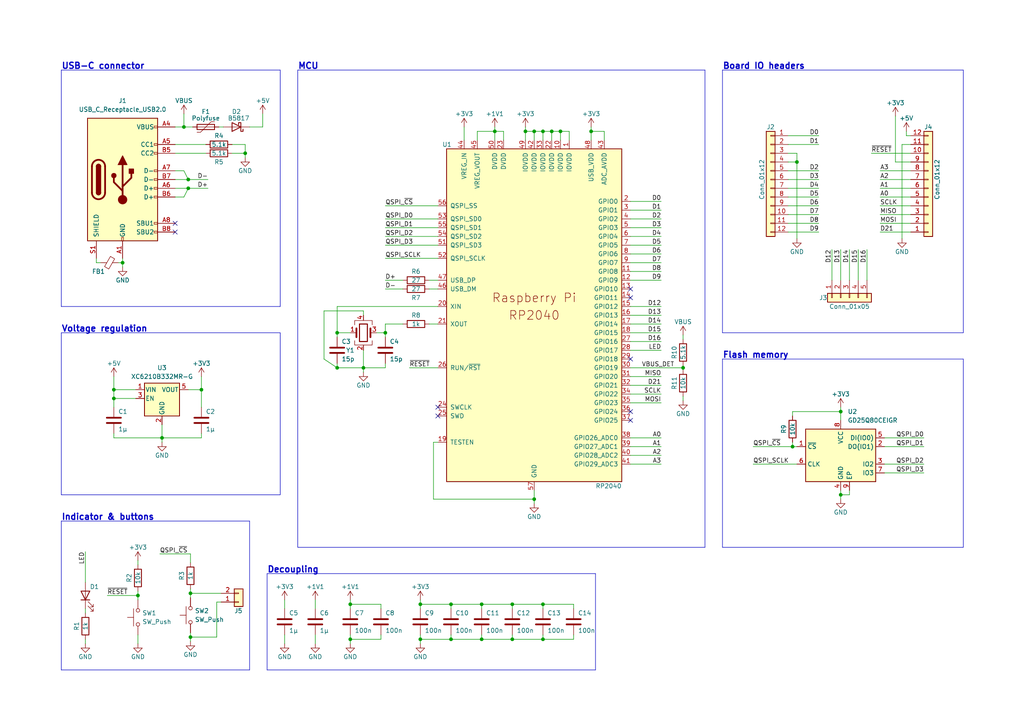
<source format=kicad_sch>
(kicad_sch (version 20230121) (generator eeschema)
  (paper "A4")
  (title_block (title "0xB2 - Splinky") (rev "2") (company "plut0nium"))
  (lib_symbols
    (symbol "Connector:USB_C_Receptacle_USB2.0" (pin_names (offset 1.016))
      (property "Reference" "J" (at -10.16 19.05 0))
      (property "Value" "USB_C_Receptacle_USB2.0" (at 19.05 19.05 0))
      (symbol "USB_C_Receptacle_USB2.0_1_1"
        (pin passive line (at 0 -22.86 90) (length 5.08) (name "GND") (number "A1"))
        (pin passive line (at 0 -22.86 90) (length 5.08) hide (name "GND") (number "A12"))
        (pin passive line (at 15.24 15.24 180) (length 5.08) (name "VBUS") (number "A4"))
        (pin bidirectional line (at 15.24 10.16 180) (length 5.08) (name "CC1") (number "A5"))
        (pin bidirectional line (at 15.24 -2.54 180) (length 5.08) (name "D+") (number "A6"))
        (pin bidirectional line (at 15.24 2.54 180) (length 5.08) (name "D-") (number "A7"))
        (pin bidirectional line (at 15.24 -12.7 180) (length 5.08) (name "SBU1") (number "A8"))
        (pin passive line (at 15.24 15.24 180) (length 5.08) hide (name "VBUS") (number "A9"))
        (pin passive line (at 0 -22.86 90) (length 5.08) hide (name "GND") (number "B1"))
        (pin passive line (at 0 -22.86 90) (length 5.08) hide (name "GND") (number "B12"))
        (pin passive line (at 15.24 15.24 180) (length 5.08) hide (name "VBUS") (number "B4"))
        (pin bidirectional line (at 15.24 7.62 180) (length 5.08) (name "CC2") (number "B5"))
        (pin bidirectional line (at 15.24 -5.08 180) (length 5.08) (name "D+") (number "B6"))
        (pin bidirectional line (at 15.24 0 180) (length 5.08) (name "D-") (number "B7"))
        (pin bidirectional line (at 15.24 -15.24 180) (length 5.08) (name "SBU2") (number "B8"))
        (pin passive line (at 15.24 15.24 180) (length 5.08) hide (name "VBUS") (number "B9"))
        (pin passive line (at -7.62 -22.86 90) (length 5.08) (name "SHIELD") (number "S1"))
      )
    )
    (symbol "Connector_Generic:Conn_01x02" (pin_names (offset 1.016) hide)
      (property "Reference" "J" (at 0 2.54 0))
      (property "Value" "Conn_01x02" (at 0 -5.08 0))
      (symbol "Conn_01x02_1_1"
        (pin passive line (at -5.08 0 0) (length 3.81) (name "Pin_1") (number "1"))
        (pin passive line (at -5.08 -2.54 0) (length 3.81) (name "Pin_2") (number "2"))
      )
    )
    (symbol "Connector_Generic:Conn_01x05" (pin_names (offset 1.016) hide)
      (property "Reference" "J" (at 0 7.62 0))
      (property "Value" "Conn_01x05" (at 0 -7.62 0))
      (symbol "Conn_01x05_1_1"
        (pin passive line (at -5.08 5.08 0) (length 3.81) (name "Pin_1") (number "1"))
        (pin passive line (at -5.08 2.54 0) (length 3.81) (name "Pin_2") (number "2"))
        (pin passive line (at -5.08 0 0) (length 3.81) (name "Pin_3") (number "3"))
        (pin passive line (at -5.08 -2.54 0) (length 3.81) (name "Pin_4") (number "4"))
        (pin passive line (at -5.08 -5.08 0) (length 3.81) (name "Pin_5") (number "5"))
      )
    )
    (symbol "Connector_Generic:Conn_01x12" (pin_names (offset 1.016) hide)
      (property "Reference" "J" (at 0 15.24 0))
      (property "Value" "Conn_01x12" (at 0 -17.78 0))
      (symbol "Conn_01x12_1_1"
        (pin passive line (at -5.08 12.7 0) (length 3.81) (name "Pin_1") (number "1"))
        (pin passive line (at -5.08 -10.16 0) (length 3.81) (name "Pin_10") (number "10"))
        (pin passive line (at -5.08 -12.7 0) (length 3.81) (name "Pin_11") (number "11"))
        (pin passive line (at -5.08 -15.24 0) (length 3.81) (name "Pin_12") (number "12"))
        (pin passive line (at -5.08 10.16 0) (length 3.81) (name "Pin_2") (number "2"))
        (pin passive line (at -5.08 7.62 0) (length 3.81) (name "Pin_3") (number "3"))
        (pin passive line (at -5.08 5.08 0) (length 3.81) (name "Pin_4") (number "4"))
        (pin passive line (at -5.08 2.54 0) (length 3.81) (name "Pin_5") (number "5"))
        (pin passive line (at -5.08 0 0) (length 3.81) (name "Pin_6") (number "6"))
        (pin passive line (at -5.08 -2.54 0) (length 3.81) (name "Pin_7") (number "7"))
        (pin passive line (at -5.08 -5.08 0) (length 3.81) (name "Pin_8") (number "8"))
        (pin passive line (at -5.08 -7.62 0) (length 3.81) (name "Pin_9") (number "9"))
      )
    )
    (symbol "Device:C" (pin_numbers hide) (pin_names (offset 0.254))
      (property "Reference" "C" (at 0.635 2.54 0))
      (property "Value" "C" (at 0.635 -2.54 0))
      (symbol "C_1_1"
        (pin passive line (at 0 3.81 270) (length 2.794) (name "~") (number "1"))
        (pin passive line (at 0 -3.81 90) (length 2.794) (name "~") (number "2"))
      )
    )
    (symbol "Device:Crystal_GND24" (pin_names (offset 1.016) hide)
      (property "Reference" "Y" (at 3.175 5.08 0))
      (property "Value" "Crystal_GND24" (at 3.175 3.175 0))
      (symbol "Crystal_GND24_1_1"
        (pin passive line (at -3.81 0 0) (length 1.27) (name "1") (number "1"))
        (pin passive line (at 0 5.08 270) (length 1.27) (name "2") (number "2"))
        (pin passive line (at 3.81 0 180) (length 1.27) (name "3") (number "3"))
        (pin passive line (at 0 -5.08 90) (length 1.27) (name "4") (number "4"))
      )
    )
    (symbol "Device:D_Schottky" (pin_numbers hide) (pin_names (offset 1.016) hide)
      (property "Reference" "D" (at 0 2.54 0))
      (property "Value" "D_Schottky" (at 0 -2.54 0))
      (symbol "D_Schottky_1_1"
        (pin passive line (at -3.81 0 0) (length 2.54) (name "K") (number "1"))
        (pin passive line (at 3.81 0 180) (length 2.54) (name "A") (number "2"))
      )
    )
    (symbol "Device:FerriteBead_Small" (pin_numbers hide) (pin_names (offset 0))
      (property "Reference" "FB" (at 1.905 1.27 0))
      (property "Value" "FerriteBead_Small" (at 1.905 -1.27 0))
      (symbol "FerriteBead_Small_1_1"
        (pin passive line (at 0 2.54 270) (length 1.27) (name "~") (number "1"))
        (pin passive line (at 0 -2.54 90) (length 1.27) (name "~") (number "2"))
      )
    )
    (symbol "Device:LED" (pin_numbers hide) (pin_names (offset 1.016) hide)
      (property "Reference" "D" (at 0 2.54 0))
      (property "Value" "LED" (at 0 -2.54 0))
      (symbol "LED_1_1"
        (pin passive line (at -3.81 0 0) (length 2.54) (name "K") (number "1"))
        (pin passive line (at 3.81 0 180) (length 2.54) (name "A") (number "2"))
      )
    )
    (symbol "Device:Polyfuse" (pin_numbers hide) (pin_names (offset 0))
      (property "Reference" "F" (at -2.54 0 90))
      (property "Value" "Polyfuse" (at 2.54 0 90))
      (symbol "Polyfuse_1_1"
        (pin passive line (at 0 3.81 270) (length 1.27) (name "~") (number "1"))
        (pin passive line (at 0 -3.81 90) (length 1.27) (name "~") (number "2"))
      )
    )
    (symbol "Device:R" (pin_numbers hide) (pin_names (offset 0))
      (property "Reference" "R" (at 2.032 0 90))
      (property "Value" "R" (at 0 0 90))
      (symbol "R_1_1"
        (pin passive line (at 0 3.81 270) (length 1.27) (name "~") (number "1"))
        (pin passive line (at 0 -3.81 90) (length 1.27) (name "~") (number "2"))
      )
    )
    (symbol "MCU_RaspberryPi_RP2040:RP2040" (pin_names (offset 1.016))
      (property "Reference" "U" (at -25.4 49.53 0))
      (property "Value" "RP2040" (at 20.32 -49.53 0))
      (symbol "RP2040_0_0"
        (text "Raspberry Pi" (at 0 5.08 0) (effects (font (size 2.54 2.54))))
        (text "RP2040" (at 0 0 0) (effects (font (size 2.54 2.54))))
      )
      (symbol "RP2040_1_1"
        (pin power_in line (at 10.16 50.8 270) (length 2.54) (name "IOVDD") (number "1"))
        (pin power_in line (at 7.62 50.8 270) (length 2.54) (name "IOVDD") (number "10"))
        (pin bidirectional line (at 27.94 12.7 180) (length 2.54) (name "GPIO8") (number "11"))
        (pin bidirectional line (at 27.94 10.16 180) (length 2.54) (name "GPIO9") (number "12"))
        (pin bidirectional line (at 27.94 7.62 180) (length 2.54) (name "GPIO10") (number "13"))
        (pin bidirectional line (at 27.94 5.08 180) (length 2.54) (name "GPIO11") (number "14"))
        (pin bidirectional line (at 27.94 2.54 180) (length 2.54) (name "GPIO12") (number "15"))
        (pin bidirectional line (at 27.94 0 180) (length 2.54) (name "GPIO13") (number "16"))
        (pin bidirectional line (at 27.94 -2.54 180) (length 2.54) (name "GPIO14") (number "17"))
        (pin bidirectional line (at 27.94 -5.08 180) (length 2.54) (name "GPIO15") (number "18"))
        (pin passive line (at -27.94 -36.83 0) (length 2.54) (name "TESTEN") (number "19"))
        (pin bidirectional line (at 27.94 33.02 180) (length 2.54) (name "GPIO0") (number "2"))
        (pin input line (at -27.94 2.54 0) (length 2.54) (name "XIN") (number "20"))
        (pin passive line (at -27.94 -2.54 0) (length 2.54) (name "XOUT") (number "21"))
        (pin power_in line (at 5.08 50.8 270) (length 2.54) (name "IOVDD") (number "22"))
        (pin power_in line (at -8.89 50.8 270) (length 2.54) (name "DVDD") (number "23"))
        (pin output line (at -27.94 -26.67 0) (length 2.54) (name "SWCLK") (number "24"))
        (pin bidirectional line (at -27.94 -29.21 0) (length 2.54) (name "SWD") (number "25"))
        (pin input line (at -27.94 -15.24 0) (length 2.54) (name "RUN/~{RST}") (number "26"))
        (pin bidirectional line (at 27.94 -7.62 180) (length 2.54) (name "GPIO16") (number "27"))
        (pin bidirectional line (at 27.94 -10.16 180) (length 2.54) (name "GPIO17") (number "28"))
        (pin bidirectional line (at 27.94 -12.7 180) (length 2.54) (name "GPIO18") (number "29"))
        (pin bidirectional line (at 27.94 30.48 180) (length 2.54) (name "GPIO1") (number "3"))
        (pin bidirectional line (at 27.94 -15.24 180) (length 2.54) (name "GPIO19") (number "30"))
        (pin bidirectional line (at 27.94 -17.78 180) (length 2.54) (name "GPIO20") (number "31"))
        (pin bidirectional line (at 27.94 -20.32 180) (length 2.54) (name "GPIO21") (number "32"))
        (pin power_in line (at 2.54 50.8 270) (length 2.54) (name "IOVDD") (number "33"))
        (pin bidirectional line (at 27.94 -22.86 180) (length 2.54) (name "GPIO22") (number "34"))
        (pin bidirectional line (at 27.94 -25.4 180) (length 2.54) (name "GPIO23") (number "35"))
        (pin bidirectional line (at 27.94 -27.94 180) (length 2.54) (name "GPIO24") (number "36"))
        (pin bidirectional line (at 27.94 -30.48 180) (length 2.54) (name "GPIO25") (number "37"))
        (pin bidirectional line (at 27.94 -35.56 180) (length 2.54) (name "GPIO26_ADC0") (number "38"))
        (pin bidirectional line (at 27.94 -38.1 180) (length 2.54) (name "GPIO27_ADC1") (number "39"))
        (pin bidirectional line (at 27.94 27.94 180) (length 2.54) (name "GPIO2") (number "4"))
        (pin bidirectional line (at 27.94 -40.64 180) (length 2.54) (name "GPIO28_ADC2") (number "40"))
        (pin bidirectional line (at 27.94 -43.18 180) (length 2.54) (name "GPIO29_ADC3") (number "41"))
        (pin power_in line (at 0 50.8 270) (length 2.54) (name "IOVDD") (number "42"))
        (pin power_in line (at 20.32 50.8 270) (length 2.54) (name "ADC_AVDD") (number "43"))
        (pin power_in line (at -20.32 50.8 270) (length 2.54) (name "VREG_IN") (number "44"))
        (pin power_out line (at -16.51 50.8 270) (length 2.54) (name "VREG_VOUT") (number "45"))
        (pin bidirectional line (at -27.94 7.62 0) (length 2.54) (name "USB_DM") (number "46"))
        (pin bidirectional line (at -27.94 10.16 0) (length 2.54) (name "USB_DP") (number "47"))
        (pin power_in line (at 16.51 50.8 270) (length 2.54) (name "USB_VDD") (number "48"))
        (pin power_in line (at -2.54 50.8 270) (length 2.54) (name "IOVDD") (number "49"))
        (pin bidirectional line (at 27.94 25.4 180) (length 2.54) (name "GPIO3") (number "5"))
        (pin power_in line (at -11.43 50.8 270) (length 2.54) (name "DVDD") (number "50"))
        (pin bidirectional line (at -27.94 20.32 0) (length 2.54) (name "QSPI_SD3") (number "51"))
        (pin output line (at -27.94 16.51 0) (length 2.54) (name "QSPI_SCLK") (number "52"))
        (pin bidirectional line (at -27.94 27.94 0) (length 2.54) (name "QSPI_SD0") (number "53"))
        (pin bidirectional line (at -27.94 22.86 0) (length 2.54) (name "QSPI_SD2") (number "54"))
        (pin bidirectional line (at -27.94 25.4 0) (length 2.54) (name "QSPI_SD1") (number "55"))
        (pin bidirectional line (at -27.94 31.75 0) (length 2.54) (name "QSPI_SS") (number "56"))
        (pin power_in line (at 0 -50.8 90) (length 2.54) (name "GND") (number "57"))
        (pin bidirectional line (at 27.94 22.86 180) (length 2.54) (name "GPIO4") (number "6"))
        (pin bidirectional line (at 27.94 20.32 180) (length 2.54) (name "GPIO5") (number "7"))
        (pin bidirectional line (at 27.94 17.78 180) (length 2.54) (name "GPIO6") (number "8"))
        (pin bidirectional line (at 27.94 15.24 180) (length 2.54) (name "GPIO7") (number "9"))
      )
    )
    (symbol "Memory_Flash:W25Q32JVZP"
      (property "Reference" "U" (at -8.89 8.89 0))
      (property "Value" "W25Q32JVZP" (at 7.62 8.89 0))
      (symbol "W25Q32JVZP_1_1"
        (pin input line (at -12.7 2.54 0) (length 2.54) (name "~{CS}") (number "1"))
        (pin bidirectional line (at 12.7 2.54 180) (length 2.54) (name "DO(IO1)") (number "2"))
        (pin bidirectional line (at 12.7 -2.54 180) (length 2.54) (name "IO2") (number "3"))
        (pin power_in line (at 0 -10.16 90) (length 2.54) (name "GND") (number "4"))
        (pin bidirectional line (at 12.7 5.08 180) (length 2.54) (name "DI(IO0)") (number "5"))
        (pin input line (at -12.7 -2.54 0) (length 2.54) (name "CLK") (number "6"))
        (pin bidirectional line (at 12.7 -5.08 180) (length 2.54) (name "IO3") (number "7"))
        (pin power_in line (at 0 10.16 270) (length 2.54) (name "VCC") (number "8"))
        (pin passive line (at 2.54 -10.16 90) (length 2.54) (name "EP") (number "9"))
      )
    )
    (symbol "Regulator_Linear:AP2127K-3.3" (pin_names (offset 0.254))
      (property "Reference" "U" (at -5.08 5.715 0))
      (property "Value" "AP2127K-3.3" (at 0 5.715 0))
      (symbol "AP2127K-3.3_1_1"
        (pin power_in line (at -7.62 2.54 0) (length 2.54) (name "VIN") (number "1"))
        (pin power_in line (at 0 -7.62 90) (length 2.54) (name "GND") (number "2"))
        (pin input line (at -7.62 0 0) (length 2.54) (name "EN") (number "3"))
        (pin no_connect line (at 5.08 0 180) (length 2.54) hide (name "NC") (number "4"))
        (pin power_out line (at 7.62 2.54 180) (length 2.54) (name "VOUT") (number "5"))
      )
    )
    (symbol "Switch:SW_Push" (pin_numbers hide) (pin_names (offset 1.016) hide)
      (property "Reference" "SW" (at 1.27 2.54 0))
      (property "Value" "SW_Push" (at 0 -1.524 0))
      (symbol "SW_Push_0_1"
        (pin passive line (at -5.08 0 0) (length 2.54) (name "1") (number "1"))
        (pin passive line (at 5.08 0 180) (length 2.54) (name "2") (number "2"))
      )
    )
    (symbol "power:+1V1" (power) (pin_names (offset 0))
      (property "Value" "+1V1" (at 0 3.556 0))
      (symbol "+1V1_1_1"
        (pin power_in line (at 0 0 90) (length 0) hide (name "+1V1") (number "1"))
      )
    )
    (symbol "power:+3.3V" (power) (pin_names (offset 0))
      (property "Value" "+3.3V" (at 0 3.556 0))
      (symbol "+3.3V_1_1"
        (pin power_in line (at 0 0 90) (length 0) hide (name "+3V3") (number "1"))
      )
    )
    (symbol "power:+5V" (power) (pin_names (offset 0))
      (property "Value" "+5V" (at 0 3.556 0))
      (symbol "+5V_1_1"
        (pin power_in line (at 0 0 90) (length 0) hide (name "+5V") (number "1"))
      )
    )
    (symbol "power:GND" (power) (pin_names (offset 0))
      (property "Value" "GND" (at 0 -3.81 0))
      (symbol "GND_1_1"
        (pin power_in line (at 0 0 270) (length 0) hide (name "GND") (number "1"))
      )
    )
    (symbol "power:VBUS" (power) (pin_names (offset 0))
      (property "Value" "VBUS" (at 0 3.81 0))
      (symbol "VBUS_1_1"
        (pin power_in line (at 0 0 90) (length 0) hide (name "VBUS") (number "1"))
      )
    )
  )
  (junction (at 53.34 36.83))
  (junction (at 46.99 127))
  (junction (at 105.41 106.68))
  (junction (at 154.94 38.1))
  (junction (at 162.56 38.1))
  (junction (at 111.76 96.52))
  (junction (at 157.48 185.42))
  (junction (at 101.6 185.42))
  (junction (at 54.61 52.07))
  (junction (at 157.48 38.1))
  (junction (at 97.79 96.52))
  (junction (at 157.48 175.26))
  (junction (at 101.6 175.26))
  (junction (at 121.92 185.42))
  (junction (at 148.59 185.42))
  (junction (at 130.81 175.26))
  (junction (at 148.59 175.26))
  (junction (at 152.4 38.1))
  (junction (at 160.02 38.1))
  (junction (at 40.005 172.72))
  (junction (at 33.02 113.03))
  (junction (at 171.45 38.1))
  (junction (at 139.7 185.42))
  (junction (at 154.94 144.78))
  (junction (at 35.56 76.2))
  (junction (at 198.12 106.68))
  (junction (at 231.14 46.99))
  (junction (at 58.42 113.03))
  (junction (at 229.87 129.54))
  (junction (at 139.7 175.26))
  (junction (at 71.12 44.45))
  (junction (at 55.245 172.085))
  (junction (at 130.81 185.42))
  (junction (at 97.79 106.68))
  (junction (at 55.245 184.785))
  (junction (at 33.02 115.57))
  (junction (at 54.61 54.61))
  (junction (at 243.84 119.38))
  (junction (at 143.51 38.1))
  (junction (at 243.84 143.51))
  (junction (at 121.92 175.26))
  (no_connect (at 182.88 119.38))
  (no_connect (at 182.88 121.92))
  (no_connect (at 182.88 83.82))
  (no_connect (at 182.88 104.14))
  (no_connect (at 182.88 86.36))
  (no_connect (at 50.8 64.77))
  (no_connect (at 50.8 67.31))
  (no_connect (at 127 118.11))
  (no_connect (at 127 120.65))
  (polyline (pts (xy 209.55 96.52) (xy 279.4 96.52)))
  (wire (pts (xy 171.45 38.1) (xy 171.45 40.64)))
  (wire (pts (xy 264.16 46.99) (xy 259.715 46.99)))
  (wire (pts (xy 33.02 115.57) (xy 33.02 118.11)))
  (wire (pts (xy 105.41 91.44) (xy 105.41 90.17)))
  (wire (pts (xy 118.745 106.68) (xy 127 106.68)))
  (wire (pts (xy 58.42 109.22) (xy 58.42 113.03)))
  (wire (pts (xy 55.245 170.815) (xy 55.245 172.085)))
  (wire (pts (xy 82.55 173.99) (xy 82.55 176.53)))
  (wire (pts (xy 267.97 134.62) (xy 256.54 134.62)))
  (wire (pts (xy 40.005 184.15) (xy 40.005 186.69)))
  (wire (pts (xy 101.6 175.26) (xy 110.49 175.26)))
  (wire (pts (xy 121.92 173.99) (xy 121.92 175.26)))
  (wire (pts (xy 241.3 72.39) (xy 241.3 81.28)))
  (polyline (pts (xy 17.78 194.31) (xy 72.39 194.31)))
  (wire (pts (xy 255.27 54.61) (xy 264.16 54.61)))
  (wire (pts (xy 228.6 67.31) (xy 237.49 67.31)))
  (polyline (pts (xy 204.47 158.75) (xy 204.47 20.32)))
  (wire (pts (xy 182.88 127) (xy 191.77 127)))
  (wire (pts (xy 50.8 54.61) (xy 54.61 54.61)))
  (wire (pts (xy 91.44 173.99) (xy 91.44 176.53)))
  (wire (pts (xy 267.97 137.16) (xy 256.54 137.16)))
  (polyline (pts (xy 279.4 104.14) (xy 209.55 104.14)))
  (wire (pts (xy 111.76 66.04) (xy 127 66.04)))
  (wire (pts (xy 182.88 101.6) (xy 191.77 101.6)))
  (wire (pts (xy 72.39 36.83) (xy 76.2 36.83)))
  (wire (pts (xy 121.92 185.42) (xy 130.81 185.42)))
  (wire (pts (xy 33.02 113.03) (xy 39.37 113.03)))
  (wire (pts (xy 101.6 175.26) (xy 101.6 176.53)))
  (wire (pts (xy 243.84 118.11) (xy 243.84 119.38)))
  (wire (pts (xy 109.22 96.52) (xy 111.76 96.52)))
  (wire (pts (xy 63.5 36.83) (xy 64.77 36.83)))
  (wire (pts (xy 105.41 106.68) (xy 105.41 107.95)))
  (wire (pts (xy 162.56 38.1) (xy 165.1 38.1)))
  (wire (pts (xy 246.38 72.39) (xy 246.38 81.28)))
  (wire (pts (xy 121.92 175.26) (xy 130.81 175.26)))
  (wire (pts (xy 228.6 64.77) (xy 237.49 64.77)))
  (wire (pts (xy 97.79 96.52) (xy 97.79 88.9)))
  (wire (pts (xy 111.76 68.58) (xy 127 68.58)))
  (wire (pts (xy 198.12 114.935) (xy 198.12 116.205)))
  (wire (pts (xy 143.51 38.1) (xy 143.51 40.64)))
  (wire (pts (xy 182.88 129.54) (xy 191.77 129.54)))
  (wire (pts (xy 130.81 184.15) (xy 130.81 185.42)))
  (wire (pts (xy 54.61 52.07) (xy 50.8 52.07)))
  (polyline (pts (xy 81.28 88.9) (xy 17.78 88.9)))
  (wire (pts (xy 121.92 185.42) (xy 121.92 186.69)))
  (wire (pts (xy 231.14 46.99) (xy 231.14 69.215)))
  (wire (pts (xy 267.97 127) (xy 256.54 127)))
  (wire (pts (xy 33.02 127) (xy 46.99 127)))
  (wire (pts (xy 125.73 128.27) (xy 127 128.27)))
  (wire (pts (xy 101.6 185.42) (xy 101.6 186.69)))
  (wire (pts (xy 124.46 81.28) (xy 127 81.28)))
  (wire (pts (xy 50.8 49.53) (xy 53.34 49.53)))
  (wire (pts (xy 264.16 41.91) (xy 261.62 41.91)))
  (wire (pts (xy 93.98 90.17) (xy 93.98 104.14)))
  (wire (pts (xy 101.6 185.42) (xy 110.49 185.42)))
  (wire (pts (xy 251.46 81.28) (xy 251.46 72.39)))
  (wire (pts (xy 139.7 185.42) (xy 148.59 185.42)))
  (wire (pts (xy 124.46 93.98) (xy 127 93.98)))
  (wire (pts (xy 53.34 49.53) (xy 54.61 52.07)))
  (wire (pts (xy 34.29 76.2) (xy 35.56 76.2)))
  (wire (pts (xy 243.84 142.24) (xy 243.84 143.51)))
  (wire (pts (xy 157.48 38.1) (xy 157.48 40.64)))
  (wire (pts (xy 111.76 106.68) (xy 111.76 105.41)))
  (wire (pts (xy 62.865 174.625) (xy 62.865 184.785)))
  (wire (pts (xy 50.8 36.83) (xy 53.34 36.83)))
  (wire (pts (xy 46.355 160.655) (xy 55.245 160.655)))
  (wire (pts (xy 53.34 36.83) (xy 55.88 36.83)))
  (wire (pts (xy 58.42 125.73) (xy 58.42 127)))
  (wire (pts (xy 255.27 64.77) (xy 264.16 64.77)))
  (wire (pts (xy 255.27 62.23) (xy 264.16 62.23)))
  (wire (pts (xy 229.87 129.54) (xy 231.14 129.54)))
  (wire (pts (xy 248.92 81.28) (xy 248.92 72.39)))
  (wire (pts (xy 105.41 106.68) (xy 111.76 106.68)))
  (wire (pts (xy 154.94 144.78) (xy 154.94 146.05)))
  (wire (pts (xy 182.88 109.22) (xy 191.77 109.22)))
  (wire (pts (xy 152.4 36.83) (xy 152.4 38.1)))
  (wire (pts (xy 146.05 40.64) (xy 146.05 38.1)))
  (wire (pts (xy 154.94 142.24) (xy 154.94 144.78)))
  (wire (pts (xy 40.005 171.45) (xy 40.005 172.72)))
  (wire (pts (xy 175.26 40.64) (xy 175.26 38.1)))
  (wire (pts (xy 55.245 160.655) (xy 55.245 163.195)))
  (wire (pts (xy 198.12 106.68) (xy 198.12 107.315)))
  (wire (pts (xy 139.7 184.15) (xy 139.7 185.42)))
  (wire (pts (xy 157.48 185.42) (xy 166.37 185.42)))
  (wire (pts (xy 182.88 68.58) (xy 191.77 68.58)))
  (wire (pts (xy 27.94 76.2) (xy 29.21 76.2)))
  (wire (pts (xy 182.88 114.3) (xy 191.77 114.3)))
  (wire (pts (xy 97.79 106.68) (xy 105.41 106.68)))
  (wire (pts (xy 166.37 176.53) (xy 166.37 175.26)))
  (wire (pts (xy 171.45 38.1) (xy 175.26 38.1)))
  (wire (pts (xy 243.84 143.51) (xy 246.38 143.51)))
  (wire (pts (xy 125.73 128.27) (xy 125.73 144.78)))
  (wire (pts (xy 139.7 175.26) (xy 148.59 175.26)))
  (wire (pts (xy 262.89 39.37) (xy 264.16 39.37)))
  (wire (pts (xy 58.42 113.03) (xy 58.42 118.11)))
  (wire (pts (xy 218.44 134.62) (xy 231.14 134.62)))
  (wire (pts (xy 228.6 39.37) (xy 237.49 39.37)))
  (wire (pts (xy 152.4 38.1) (xy 152.4 40.64)))
  (wire (pts (xy 55.245 172.085) (xy 55.245 173.355)))
  (wire (pts (xy 105.41 90.17) (xy 93.98 90.17)))
  (wire (pts (xy 255.27 52.07) (xy 264.16 52.07)))
  (wire (pts (xy 228.6 59.69) (xy 237.49 59.69)))
  (polyline (pts (xy 209.55 104.14) (xy 209.55 158.75)))
  (wire (pts (xy 148.59 175.26) (xy 157.48 175.26)))
  (wire (pts (xy 243.84 72.39) (xy 243.84 81.28)))
  (wire (pts (xy 110.49 184.15) (xy 110.49 185.42)))
  (wire (pts (xy 231.14 44.45) (xy 231.14 46.99)))
  (polyline (pts (xy 17.78 151.13) (xy 17.78 194.31)))
  (wire (pts (xy 182.88 106.68) (xy 198.12 106.68)))
  (wire (pts (xy 243.84 119.38) (xy 243.84 121.92)))
  (wire (pts (xy 182.88 132.08) (xy 191.77 132.08)))
  (wire (pts (xy 24.765 176.53) (xy 24.765 177.8)))
  (wire (pts (xy 182.88 111.76) (xy 191.77 111.76)))
  (wire (pts (xy 111.76 96.52) (xy 111.76 97.79)))
  (wire (pts (xy 62.865 184.785) (xy 55.245 184.785)))
  (wire (pts (xy 50.8 41.91) (xy 59.69 41.91)))
  (wire (pts (xy 228.6 57.15) (xy 237.49 57.15)))
  (wire (pts (xy 121.92 184.15) (xy 121.92 185.42)))
  (wire (pts (xy 171.45 36.83) (xy 171.45 38.1)))
  (wire (pts (xy 97.79 97.79) (xy 97.79 96.52)))
  (wire (pts (xy 24.765 185.42) (xy 24.765 186.69)))
  (polyline (pts (xy 279.4 96.52) (xy 279.4 20.32)))
  (polyline (pts (xy 17.78 20.32) (xy 81.28 20.32)))
  (wire (pts (xy 228.6 54.61) (xy 237.49 54.61)))
  (wire (pts (xy 218.44 129.54) (xy 229.87 129.54)))
  (wire (pts (xy 130.81 185.42) (xy 139.7 185.42)))
  (wire (pts (xy 82.55 184.15) (xy 82.55 186.69)))
  (wire (pts (xy 182.88 73.66) (xy 191.77 73.66)))
  (wire (pts (xy 97.79 105.41) (xy 97.79 106.68)))
  (wire (pts (xy 130.81 175.26) (xy 130.81 176.53)))
  (wire (pts (xy 182.88 63.5) (xy 191.77 63.5)))
  (wire (pts (xy 97.79 96.52) (xy 101.6 96.52)))
  (wire (pts (xy 111.76 71.12) (xy 127 71.12)))
  (wire (pts (xy 91.44 184.15) (xy 91.44 186.69)))
  (wire (pts (xy 64.135 174.625) (xy 62.865 174.625)))
  (wire (pts (xy 154.94 38.1) (xy 157.48 38.1)))
  (wire (pts (xy 182.88 96.52) (xy 191.77 96.52)))
  (wire (pts (xy 182.88 93.98) (xy 191.77 93.98)))
  (wire (pts (xy 71.12 44.45) (xy 71.12 45.72)))
  (wire (pts (xy 229.87 128.27) (xy 229.87 129.54)))
  (wire (pts (xy 148.59 184.15) (xy 148.59 185.42)))
  (polyline (pts (xy 81.28 20.32) (xy 81.28 88.9)))
  (wire (pts (xy 160.02 38.1) (xy 160.02 40.64)))
  (polyline (pts (xy 17.78 96.52) (xy 81.28 96.52)))
  (wire (pts (xy 33.02 125.73) (xy 33.02 127)))
  (wire (pts (xy 53.34 33.02) (xy 53.34 36.83)))
  (wire (pts (xy 35.56 76.2) (xy 35.56 77.47)))
  (polyline (pts (xy 77.47 194.31) (xy 172.72 194.31)))
  (wire (pts (xy 67.31 41.91) (xy 71.12 41.91)))
  (wire (pts (xy 255.27 59.69) (xy 264.16 59.69)))
  (wire (pts (xy 27.94 74.93) (xy 27.94 76.2)))
  (wire (pts (xy 97.79 88.9) (xy 127 88.9)))
  (wire (pts (xy 252.73 44.45) (xy 264.16 44.45)))
  (wire (pts (xy 182.88 116.84) (xy 191.77 116.84)))
  (wire (pts (xy 246.38 142.24) (xy 246.38 143.51)))
  (wire (pts (xy 76.2 33.02) (xy 76.2 36.83)))
  (wire (pts (xy 55.245 183.515) (xy 55.245 184.785)))
  (wire (pts (xy 111.76 83.82) (xy 116.84 83.82)))
  (wire (pts (xy 267.97 129.54) (xy 256.54 129.54)))
  (wire (pts (xy 148.59 185.42) (xy 157.48 185.42)))
  (wire (pts (xy 228.6 52.07) (xy 237.49 52.07)))
  (wire (pts (xy 33.02 109.22) (xy 33.02 113.03)))
  (wire (pts (xy 229.87 119.38) (xy 243.84 119.38)))
  (wire (pts (xy 138.43 38.1) (xy 143.51 38.1)))
  (wire (pts (xy 228.6 41.91) (xy 237.49 41.91)))
  (wire (pts (xy 33.02 113.03) (xy 33.02 115.57)))
  (wire (pts (xy 50.8 44.45) (xy 59.69 44.45)))
  (wire (pts (xy 111.76 63.5) (xy 127 63.5)))
  (wire (pts (xy 55.245 184.785) (xy 55.245 186.055)))
  (wire (pts (xy 148.59 175.26) (xy 148.59 176.53)))
  (polyline (pts (xy 172.72 194.31) (xy 172.72 166.37)))
  (polyline (pts (xy 81.28 143.51) (xy 17.78 143.51)))
  (wire (pts (xy 116.84 93.98) (xy 111.76 93.98)))
  (wire (pts (xy 143.51 36.83) (xy 143.51 38.1)))
  (polyline (pts (xy 17.78 88.9) (xy 17.78 20.32)))
  (wire (pts (xy 111.76 59.69) (xy 127 59.69)))
  (wire (pts (xy 165.1 40.64) (xy 165.1 38.1)))
  (polyline (pts (xy 209.55 158.75) (xy 279.4 158.75)))
  (polyline (pts (xy 77.47 166.37) (xy 172.72 166.37)))
  (wire (pts (xy 24.765 160.02) (xy 24.765 168.91)))
  (wire (pts (xy 157.48 38.1) (xy 160.02 38.1)))
  (wire (pts (xy 111.76 93.98) (xy 111.76 96.52)))
  (wire (pts (xy 46.99 123.19) (xy 46.99 127)))
  (wire (pts (xy 93.98 104.14) (xy 97.79 106.68)))
  (wire (pts (xy 229.87 120.65) (xy 229.87 119.38)))
  (wire (pts (xy 228.6 49.53) (xy 237.49 49.53)))
  (wire (pts (xy 198.12 97.155) (xy 198.12 98.425)))
  (wire (pts (xy 124.46 83.82) (xy 127 83.82)))
  (wire (pts (xy 182.88 60.96) (xy 191.77 60.96)))
  (wire (pts (xy 228.6 44.45) (xy 231.14 44.45)))
  (wire (pts (xy 157.48 175.26) (xy 166.37 175.26)))
  (wire (pts (xy 105.41 101.6) (xy 105.41 106.68)))
  (polyline (pts (xy 279.4 20.32) (xy 209.55 20.32)))
  (wire (pts (xy 182.88 76.2) (xy 191.77 76.2)))
  (wire (pts (xy 54.61 54.61) (xy 53.34 57.15)))
  (wire (pts (xy 54.61 113.03) (xy 58.42 113.03)))
  (wire (pts (xy 182.88 78.74) (xy 191.77 78.74)))
  (wire (pts (xy 121.92 175.26) (xy 121.92 176.53)))
  (wire (pts (xy 111.76 74.93) (xy 127 74.93)))
  (polyline (pts (xy 209.55 20.32) (xy 209.55 96.52)))
  (wire (pts (xy 54.61 52.07) (xy 60.325 52.07)))
  (wire (pts (xy 262.89 38.1) (xy 262.89 39.37)))
  (wire (pts (xy 138.43 40.64) (xy 138.43 38.1)))
  (polyline (pts (xy 86.36 158.75) (xy 204.47 158.75)))
  (wire (pts (xy 154.94 38.1) (xy 154.94 40.64)))
  (wire (pts (xy 157.48 175.26) (xy 157.48 176.53)))
  (polyline (pts (xy 17.78 143.51) (xy 17.78 96.52)))
  (polyline (pts (xy 204.47 20.32) (xy 86.36 20.32)))
  (wire (pts (xy 182.88 58.42) (xy 191.77 58.42)))
  (wire (pts (xy 67.31 44.45) (xy 71.12 44.45)))
  (wire (pts (xy 182.88 91.44) (xy 191.77 91.44)))
  (wire (pts (xy 111.76 81.28) (xy 116.84 81.28)))
  (wire (pts (xy 162.56 38.1) (xy 162.56 40.64)))
  (wire (pts (xy 198.12 106.045) (xy 198.12 106.68)))
  (wire (pts (xy 182.88 134.62) (xy 191.77 134.62)))
  (polyline (pts (xy 77.47 166.37) (xy 77.47 194.31)))
  (wire (pts (xy 255.27 57.15) (xy 264.16 57.15)))
  (wire (pts (xy 71.12 41.91) (xy 71.12 44.45)))
  (wire (pts (xy 182.88 88.9) (xy 191.77 88.9)))
  (wire (pts (xy 182.88 66.04) (xy 191.77 66.04)))
  (wire (pts (xy 261.62 41.91) (xy 261.62 69.215)))
  (wire (pts (xy 264.16 67.31) (xy 255.27 67.31)))
  (wire (pts (xy 243.84 143.51) (xy 243.84 144.78)))
  (wire (pts (xy 53.34 57.15) (xy 50.8 57.15)))
  (wire (pts (xy 110.49 176.53) (xy 110.49 175.26)))
  (wire (pts (xy 54.61 54.61) (xy 60.325 54.61)))
  (wire (pts (xy 157.48 184.15) (xy 157.48 185.42)))
  (wire (pts (xy 55.245 172.085) (xy 64.135 172.085)))
  (wire (pts (xy 228.6 46.99) (xy 231.14 46.99)))
  (wire (pts (xy 160.02 38.1) (xy 162.56 38.1)))
  (polyline (pts (xy 81.28 96.52) (xy 81.28 143.51)))
  (wire (pts (xy 259.715 33.655) (xy 259.715 46.99)))
  (wire (pts (xy 35.56 74.93) (xy 35.56 76.2)))
  (polyline (pts (xy 72.39 194.31) (xy 72.39 151.13)))
  (wire (pts (xy 152.4 38.1) (xy 154.94 38.1)))
  (wire (pts (xy 182.88 81.28) (xy 191.77 81.28)))
  (wire (pts (xy 46.99 127) (xy 46.99 128.27)))
  (wire (pts (xy 166.37 184.15) (xy 166.37 185.42)))
  (polyline (pts (xy 17.78 151.13) (xy 72.39 151.13)))
  (wire (pts (xy 40.005 172.72) (xy 40.005 173.99)))
  (wire (pts (xy 101.6 184.15) (xy 101.6 185.42)))
  (wire (pts (xy 31.115 172.72) (xy 40.005 172.72)))
  (wire (pts (xy 40.005 162.56) (xy 40.005 163.83)))
  (polyline (pts (xy 86.36 20.32) (xy 86.36 158.75)))
  (wire (pts (xy 125.73 144.78) (xy 154.94 144.78)))
  (wire (pts (xy 182.88 71.12) (xy 191.77 71.12)))
  (wire (pts (xy 134.62 36.83) (xy 134.62 40.64)))
  (wire (pts (xy 143.51 38.1) (xy 146.05 38.1)))
  (wire (pts (xy 139.7 175.26) (xy 139.7 176.53)))
  (wire (pts (xy 46.99 127) (xy 58.42 127)))
  (wire (pts (xy 101.6 173.99) (xy 101.6 175.26)))
  (wire (pts (xy 33.02 115.57) (xy 39.37 115.57)))
  (wire (pts (xy 182.88 99.06) (xy 191.77 99.06)))
  (wire (pts (xy 228.6 62.23) (xy 237.49 62.23)))
  (wire (pts (xy 255.27 49.53) (xy 264.16 49.53)))
  (wire (pts (xy 130.81 175.26) (xy 139.7 175.26)))
  (polyline (pts (xy 279.4 158.75) (xy 279.4 104.14)))
  (text "Decoupling" (at 77.47 166.37 0) (effects (font (size 1.778 1.778) (thickness 0.3556) bold) (justify left bottom)))
  (text "Board IO headers" (at 209.55 20.32 0) (effects (font (size 1.778 1.778) (thickness 0.3556) bold) (justify left bottom)))
  (text "USB-C connector" (at 17.78 20.32 0) (effects (font (size 1.778 1.778) (thickness 0.3556) bold) (justify left bottom)))
  (text "Indicator & buttons" (at 17.78 151.13 0) (effects (font (size 1.778 1.778) (thickness 0.3556) bold) (justify left bottom)))
  (text "Voltage regulation" (at 17.78 96.52 0) (effects (font (size 1.778 1.778) (thickness 0.3556) bold) (justify left bottom)))
  (text "MCU" (at 86.36 20.32 0) (effects (font (size 1.778 1.778) (thickness 0.3556) bold) (justify left bottom)))
  (text "Flash memory" (at 209.55 104.14 0) (effects (font (size 1.778 1.778) (thickness 0.3556) bold) (justify left bottom)))
  (label "D8" (at 191.77 78.74 180))
  (label "QSPI_D2" (at 111.76 68.58 0))
  (label "SCLK" (at 191.77 114.3 180))
  (label "D15" (at 191.77 96.52 180))
  (label "D12" (at 241.3 72.39 270))
  (label "D16" (at 191.77 99.06 180))
  (label "LED" (at 191.77 101.6 180))
  (label "SCLK" (at 255.27 59.69 0))
  (label "D0" (at 237.49 39.37 180))
  (label "VBUS_DET" (at 195.58 106.68 180))
  (label "D6" (at 191.77 73.66 180))
  (label "MOSI" (at 191.77 116.84 180))
  (label "D8" (at 237.49 64.77 180))
  (label "A2" (at 191.77 132.08 180))
  (label "D7" (at 191.77 76.2 180))
  (label "D3" (at 191.77 66.04 180))
  (label "D-" (at 111.76 83.82 0))
  (label "D1" (at 191.77 60.96 180))
  (label "~{RESET}" (at 31.115 172.72 0))
  (label "~{RESET}" (at 252.73 44.45 0))
  (label "QSPI_SCLK" (at 218.44 134.62 0))
  (label "D4" (at 191.77 68.58 180))
  (label "D13" (at 243.84 72.39 270))
  (label "A3" (at 255.27 49.53 0))
  (label "D9" (at 237.49 67.31 180))
  (label "QSPI_D0" (at 267.97 127 180))
  (label "D16" (at 251.46 72.39 270))
  (label "QSPI_~{CS}" (at 218.44 129.54 0))
  (label "QSPI_D1" (at 111.76 66.04 0))
  (label "D5" (at 237.49 57.15 180))
  (label "MOSI" (at 255.27 64.77 0))
  (label "MISO" (at 255.27 62.23 0))
  (label "~{RESET}" (at 118.745 106.68 0))
  (label "D3" (at 237.49 52.07 180))
  (label "D2" (at 237.49 49.53 180))
  (label "D7" (at 237.49 62.23 180))
  (label "QSPI_D3" (at 111.76 71.12 0))
  (label "QSPI_~{CS}" (at 111.76 59.69 0))
  (label "D2" (at 191.77 63.5 180))
  (label "D12" (at 191.77 88.9 180))
  (label "D14" (at 191.77 93.98 180))
  (label "A1" (at 191.77 129.54 180))
  (label "D5" (at 191.77 71.12 180))
  (label "QSPI_D2" (at 267.97 134.62 180))
  (label "D15" (at 248.92 72.39 270))
  (label "D9" (at 191.77 81.28 180))
  (label "A0" (at 255.27 57.15 0))
  (label "D+" (at 111.76 81.28 0))
  (label "D-" (at 60.325 52.07 180))
  (label "D6" (at 237.49 59.69 180))
  (label "LED" (at 24.765 160.02 270))
  (label "D21" (at 191.77 111.76 180))
  (label "D13" (at 191.77 91.44 180))
  (label "QSPI_D1" (at 267.97 129.54 180))
  (label "MISO" (at 191.77 109.22 180))
  (label "A2" (at 255.27 52.07 0))
  (label "D1" (at 237.49 41.91 180))
  (label "QSPI_~{CS}" (at 46.355 160.655 0))
  (label "QSPI_SCLK" (at 111.76 74.93 0))
  (label "QSPI_D3" (at 267.97 137.16 180))
  (label "A3" (at 191.77 134.62 180))
  (label "D0" (at 191.77 58.42 180))
  (label "D21" (at 255.27 67.31 0))
  (label "D+" (at 60.325 54.61 180))
  (label "A0" (at 191.77 127 180))
  (label "D14" (at 246.38 72.39 270))
  (label "QSPI_D0" (at 111.76 63.5 0))
  (label "D4" (at 237.49 54.61 180))
  (label "A1" (at 255.27 54.61 0))
  (symbol (lib_id "Device:C") (at 148.59 180.34 0) (unit 1)
    (property "Reference" "C12" (at 149.86 177.8 0) (effects (justify left)))
    (property "Value" "100n" (at 149.86 182.88 0) (effects (justify left)))
    (property "Footprint" "Capacitor_SMD:C_0402_1005Metric" (effects hide))
    (property "LCSC" "C1525" (effects hide))
  )
  (symbol (lib_id "Connector_Generic:Conn_01x02") (at 69.215 174.625 0) (mirror x) (unit 1) (in_bom no)
    (property "Reference" "J5" (at 67.945 177.165 0) (effects (justify left)))
    (property "Value" "Conn_01x02" (effects hide))
    (property "Footprint" "Connector_PinHeader_1.27mm:PinHeader_1x02_P1.27mm_Vertical" (effects hide))
  )
  (symbol (lib_id "MCU_RaspberryPi_RP2040:RP2040") (at 154.94 91.44 0) (unit 1)
    (property "Reference" "U1" (at 128.27 41.91 0) (effects (justify left)))
    (property "Value" "RP2040" (at 172.72 140.97 0) (effects (justify left)))
    (property "Footprint" "0xLib_Package_DFN_QFN:QFN-56-1EP_7x7mm_P0.4mm_EP3.2x3.2mm" (effects hide))
    (property "LCSC" "C2040" (effects hide))
  )
  (symbol (lib_id "Device:R") (at 63.5 41.91 90) (unit 1)
    (property "Reference" "R4" (at 63.5 39.37 90))
    (property "Value" "5.1k" (at 63.5 41.91 90))
    (property "Footprint" "Resistor_SMD:R_0402_1005Metric" (effects hide))
    (property "LCSC" "C25905" (effects hide))
  )
  (symbol (lib_id "power:+3.3V") (at 40.005 162.56 0) (unit 1)
    (property "Reference" "#PWR04" (effects hide))
    (property "Value" "+3.3V" (at 40.005 158.75 0))
  )
  (symbol (lib_id "power:GND") (at 55.245 186.055 0) (unit 1)
    (property "Reference" "#PWR09" (effects hide))
    (property "Value" "GND" (at 55.245 189.865 0))
  )
  (symbol (lib_id "power:+5V") (at 262.89 38.1 0) (unit 1)
    (property "Reference" "#PWR0103" (effects hide))
    (property "Value" "+5V" (at 262.89 34.29 0))
  )
  (symbol (lib_id "power:GND") (at 24.765 186.69 0) (unit 1)
    (property "Reference" "#PWR01" (effects hide))
    (property "Value" "GND" (at 24.765 190.5 0))
  )
  (symbol (lib_id "power:GND") (at 35.56 77.47 0) (unit 1)
    (property "Reference" "#PWR03" (effects hide))
    (property "Value" "GND" (at 35.56 81.28 0))
  )
  (symbol (lib_id "Device:R") (at 120.65 93.98 90) (unit 1)
    (property "Reference" "R8" (at 120.65 91.44 90))
    (property "Value" "1k" (at 120.65 93.98 90))
    (property "Footprint" "Resistor_SMD:R_0402_1005Metric" (effects hide))
    (property "LCSC" "C11702" (effects hide))
  )
  (symbol (lib_id "Device:R") (at 198.12 102.235 180) (unit 1)
    (property "Reference" "R10" (at 195.58 102.235 90))
    (property "Value" "5.1k" (at 198.12 102.235 90))
    (property "Footprint" "Resistor_SMD:R_0402_1005Metric" (effects hide))
    (property "LCSC" "C25905" (effects hide))
  )
  (symbol (lib_id "Device:C") (at 157.48 180.34 0) (unit 1)
    (property "Reference" "C13" (at 158.75 177.8 0) (effects (justify left)))
    (property "Value" "100n" (at 158.75 182.88 0) (effects (justify left)))
    (property "Footprint" "Capacitor_SMD:C_0402_1005Metric" (effects hide))
    (property "LCSC" "C1525" (effects hide))
  )
  (symbol (lib_id "Device:C") (at 166.37 180.34 0) (unit 1)
    (property "Reference" "C14" (at 167.64 177.8 0) (effects (justify left)))
    (property "Value" "100n" (at 167.64 182.88 0) (effects (justify left)))
    (property "Footprint" "Capacitor_SMD:C_0402_1005Metric" (effects hide))
    (property "LCSC" "C1525" (effects hide))
  )
  (symbol (lib_id "Device:R") (at 120.65 81.28 90) (unit 1)
    (property "Reference" "R6" (at 120.65 78.74 90))
    (property "Value" "27" (at 120.65 81.28 90))
    (property "Footprint" "Resistor_SMD:R_0402_1005Metric" (effects hide))
    (property "LCSC" "C25100" (effects hide))
  )
  (symbol (lib_id "Regulator_Linear:AP2127K-3.3") (at 46.99 115.57 0) (unit 1)
    (property "Reference" "U3" (at 46.99 106.68 0))
    (property "Value" "XC6210B332MR-G" (at 46.99 109.22 0))
    (property "Footprint" "Package_TO_SOT_SMD:SOT-23-5" (effects hide))
    (property "LCSC" "C82942" (effects hide))
    (property "LCSC2" "C47719" (effects hide))
  )
  (symbol (lib_id "Device:C") (at 121.92 180.34 0) (unit 1)
    (property "Reference" "C9" (at 123.19 177.8 0) (effects (justify left)))
    (property "Value" "100n" (at 123.19 182.88 0) (effects (justify left)))
    (property "Footprint" "Capacitor_SMD:C_0402_1005Metric" (effects hide))
    (property "LCSC" "C1525" (effects hide))
  )
  (symbol (lib_id "Connector_Generic:Conn_01x05") (at 246.38 86.36 90) (mirror x) (unit 1) (in_bom no)
    (property "Reference" "J3" (at 238.76 86.36 90))
    (property "Value" "Conn_01x05" (at 246.38 88.9 90))
    (property "Footprint" "0xLib_Connectors:PinHeader_1x05_P2.54mm" (effects hide))
  )
  (symbol (lib_id "Memory_Flash:W25Q32JVZP") (at 243.84 132.08 0) (unit 1)
    (property "Reference" "U2" (at 245.8594 119.38 0) (effects (justify left)))
    (property "Value" "GD25Q80CEIGR" (at 245.8594 121.92 0) (effects (justify left)))
    (property "Footprint" "0xLib_Package_DFN_QFN:USON-8-1EP_3x2mm_P0.5mm_EP0.25x1.65mm" (effects hide))
    (property "LCSC" "C395484" (effects hide))
  )
  (symbol (lib_id "Device:C") (at 82.55 180.34 0) (unit 1)
    (property "Reference" "C5" (at 83.82 177.8 0) (effects (justify left)))
    (property "Value" "1µ" (at 83.82 182.88 0) (effects (justify left)))
    (property "Footprint" "Capacitor_SMD:C_0402_1005Metric" (effects hide))
    (property "LCSC" "C52923" (effects hide))
  )
  (symbol (lib_id "Connector_Generic:Conn_01x12") (at 223.52 52.07 0) (mirror y) (unit 1) (in_bom no)
    (property "Reference" "J2" (at 223.52 36.83 0))
    (property "Value" "Conn_01x12" (at 220.98 52.07 90))
    (property "Footprint" "0xLib_Connectors:PinHeader_1x12_P2.54mm" (effects hide))
  )
  (symbol (lib_id "power:GND") (at 82.55 186.69 0) (unit 1)
    (property "Reference" "#PWR012" (effects hide))
    (property "Value" "GND" (at 82.55 190.5 0))
  )
  (symbol (lib_id "Device:C") (at 33.02 121.92 0) (unit 1)
    (property "Reference" "C1" (at 34.29 119.38 0) (effects (justify left)))
    (property "Value" "1µ" (at 34.29 124.46 0) (effects (justify left)))
    (property "Footprint" "Capacitor_SMD:C_0603_1608Metric" (effects hide))
    (property "LCSC" "C19666" (effects hide))
  )
  (symbol (lib_id "Device:Crystal_GND24") (at 105.41 96.52 0) (mirror x) (unit 1)
    (property "Reference" "Y1" (at 101.6 101.6 0))
    (property "Value" "Crystal_GND24" (effects hide))
    (property "Footprint" "Crystal:Crystal_SMD_2520-4Pin_2.5x2.0mm" (effects hide))
    (property "LCSC" "C2149204" (effects hide))
  )
  (symbol (lib_id "Switch:SW_Push") (at 55.245 178.435 90) (unit 1)
    (property "Reference" "SW2" (at 56.515 177.1649 90) (effects (justify right)))
    (property "Value" "SW_Push" (at 56.515 179.7049 90) (effects (justify right)))
    (property "Footprint" "Button_Switch_SMD:SW_SPST_CK_KXT3" (effects hide))
    (property "LCSC" "C319433" (effects hide))
  )
  (symbol (lib_id "power:GND") (at 40.005 186.69 0) (unit 1)
    (property "Reference" "#PWR05" (effects hide))
    (property "Value" "GND" (at 40.005 190.5 0))
  )
  (symbol (lib_id "Device:R") (at 198.12 111.125 180) (unit 1)
    (property "Reference" "R11" (at 195.58 111.125 90))
    (property "Value" "10k" (at 198.12 111.125 90))
    (property "Footprint" "Resistor_SMD:R_0402_1005Metric" (effects hide))
    (property "LCSC" "C25744" (effects hide))
  )
  (symbol (lib_id "Device:LED") (at 24.765 172.72 90) (unit 1)
    (property "Reference" "D1" (at 26.035 170.18 90) (effects (justify right)))
    (property "Value" "LED" (effects hide))
    (property "Footprint" "LED_SMD:LED_0402_1005Metric" (effects hide))
    (property "LCSC" "C130719" (effects hide))
  )
  (symbol (lib_id "power:+3.3V") (at 152.4 36.83 0) (unit 1)
    (property "Reference" "#PWR023" (effects hide))
    (property "Value" "+3.3V" (at 152.4 33.02 0))
  )
  (symbol (lib_id "power:GND") (at 71.12 45.72 0) (unit 1)
    (property "Reference" "#PWR010" (effects hide))
    (property "Value" "GND" (at 71.12 49.53 0))
  )
  (symbol (lib_id "Connector:USB_C_Receptacle_USB2.0") (at 35.56 52.07 0) (unit 1)
    (property "Reference" "J1" (at 35.56 29.21 0))
    (property "Value" "USB_C_Receptacle_USB2.0" (at 35.56 31.75 0))
    (property "Footprint" "0xLib_USB_Type-C:USB_C_Receptacle_HRO_TYPE-C-31-M-13B" (effects hide))
    (property "Datasheet" "https://www.usb.org/sites/default/files/documents/usb_type-c.zip" (effects hide))
    (property "LCSC" "C2848619" (effects hide))
  )
  (symbol (lib_id "power:+3.3V") (at 82.55 173.99 0) (unit 1)
    (property "Reference" "#PWR011" (effects hide))
    (property "Value" "+3.3V" (at 82.55 170.18 0))
  )
  (symbol (lib_id "power:+1V1") (at 101.6 173.99 0) (unit 1)
    (property "Reference" "#PWR017" (effects hide))
    (property "Value" "+1V1" (at 101.6 170.18 0))
  )
  (symbol (lib_id "Device:C") (at 91.44 180.34 0) (unit 1)
    (property "Reference" "C6" (at 92.71 177.8 0) (effects (justify left)))
    (property "Value" "1µ" (at 92.71 182.88 0) (effects (justify left)))
    (property "Footprint" "Capacitor_SMD:C_0402_1005Metric" (effects hide))
    (property "LCSC" "C52923" (effects hide))
  )
  (symbol (lib_id "Device:R") (at 120.65 83.82 90) (unit 1)
    (property "Reference" "R7" (at 120.65 86.36 90))
    (property "Value" "27" (at 120.65 83.82 90))
    (property "Footprint" "Resistor_SMD:R_0402_1005Metric" (effects hide))
    (property "LCSC" "C25100" (effects hide))
  )
  (symbol (lib_id "power:+3.3V") (at 259.715 33.655 0) (unit 1)
    (property "Reference" "#PWR029" (effects hide))
    (property "Value" "+3.3V" (at 259.715 29.845 0))
  )
  (symbol (lib_id "power:GND") (at 231.14 69.215 0) (unit 1)
    (property "Reference" "#PWR026" (effects hide))
    (property "Value" "GND" (at 231.14 73.025 0))
  )
  (symbol (lib_id "power:+1V1") (at 91.44 173.99 0) (unit 1)
    (property "Reference" "#PWR014" (effects hide))
    (property "Value" "+1V1" (at 91.44 170.18 0))
  )
  (symbol (lib_id "Device:R") (at 40.005 167.64 180) (unit 1)
    (property "Reference" "R2" (at 37.465 167.64 90))
    (property "Value" "10k" (at 40.005 167.64 90))
    (property "Footprint" "Resistor_SMD:R_0402_1005Metric" (effects hide))
    (property "LCSC" "C25744" (effects hide))
  )
  (symbol (lib_id "Device:R") (at 24.765 181.61 180) (unit 1)
    (property "Reference" "R1" (at 22.225 181.61 90))
    (property "Value" "1k" (at 24.765 181.61 90))
    (property "Footprint" "Resistor_SMD:R_0402_1005Metric" (effects hide))
    (property "LCSC" "C11702" (effects hide))
  )
  (symbol (lib_id "power:GND") (at 121.92 186.69 0) (unit 1)
    (property "Reference" "#PWR020" (effects hide))
    (property "Value" "GND" (at 121.92 190.5 0))
  )
  (symbol (lib_id "power:+5V") (at 33.02 109.22 0) (unit 1)
    (property "Reference" "#PWR02" (effects hide))
    (property "Value" "+5V" (at 33.02 105.41 0))
  )
  (symbol (lib_id "Device:C") (at 58.42 121.92 0) (unit 1)
    (property "Reference" "C2" (at 59.69 119.38 0) (effects (justify left)))
    (property "Value" "1µ" (at 59.69 124.46 0) (effects (justify left)))
    (property "Footprint" "Capacitor_SMD:C_0603_1608Metric" (effects hide))
    (property "LCSC" "C19666" (effects hide))
  )
  (symbol (lib_id "power:+1V1") (at 143.51 36.83 0) (unit 1)
    (property "Reference" "#PWR022" (effects hide))
    (property "Value" "+1V1" (at 143.51 33.02 0))
  )
  (symbol (lib_id "Device:C") (at 111.76 101.6 0) (unit 1)
    (property "Reference" "C4" (at 113.03 99.06 0) (effects (justify left)))
    (property "Value" "15p" (at 113.03 104.14 0) (effects (justify left)))
    (property "Footprint" "Capacitor_SMD:C_0402_1005Metric" (effects hide))
    (property "LCSC" "C1548" (effects hide))
  )
  (symbol (lib_id "power:+3.3V") (at 58.42 109.22 0) (unit 1)
    (property "Reference" "#PWR08" (effects hide))
    (property "Value" "+3.3V" (at 58.42 105.41 0))
  )
  (symbol (lib_id "Device:C") (at 110.49 180.34 0) (unit 1)
    (property "Reference" "C8" (at 111.76 177.8 0) (effects (justify left)))
    (property "Value" "100n" (at 111.76 182.88 0) (effects (justify left)))
    (property "Footprint" "Capacitor_SMD:C_0402_1005Metric" (effects hide))
    (property "LCSC" "C1525" (effects hide))
  )
  (symbol (lib_id "power:+3.3V") (at 243.84 118.11 0) (unit 1)
    (property "Reference" "#PWR027" (effects hide))
    (property "Value" "+3.3V" (at 243.84 114.3 0))
  )
  (symbol (lib_id "power:GND") (at 91.44 186.69 0) (unit 1)
    (property "Reference" "#PWR015" (effects hide))
    (property "Value" "GND" (at 91.44 190.5 0))
  )
  (symbol (lib_id "power:GND") (at 154.94 146.05 0) (unit 1)
    (property "Reference" "#PWR024" (effects hide))
    (property "Value" "GND" (at 154.94 149.86 0))
  )
  (symbol (lib_id "Device:FerriteBead_Small") (at 31.75 76.2 270) (unit 1)
    (property "Reference" "FB1" (at 26.67 78.74 90) (effects (justify left)))
    (property "Value" "FerriteBead_Small" (effects hide))
    (property "Footprint" "Inductor_SMD:L_0603_1608Metric" (effects hide))
    (property "LCSC" "C98288" (effects hide))
  )
  (symbol (lib_id "power:GND") (at 101.6 186.69 0) (unit 1)
    (property "Reference" "#PWR018" (effects hide))
    (property "Value" "GND" (at 101.6 190.5 0))
  )
  (symbol (lib_id "Device:R") (at 55.245 167.005 180) (unit 1)
    (property "Reference" "R3" (at 52.705 167.005 90))
    (property "Value" "1k" (at 55.245 167.005 90))
    (property "Footprint" "Resistor_SMD:R_0402_1005Metric" (effects hide))
    (property "LCSC" "C11702" (effects hide))
  )
  (symbol (lib_id "Device:R") (at 63.5 44.45 90) (unit 1)
    (property "Reference" "R5" (at 63.5 46.99 90))
    (property "Value" "5.1k" (at 63.5 44.45 90))
    (property "Footprint" "Resistor_SMD:R_0402_1005Metric" (effects hide))
    (property "LCSC" "C25905" (effects hide))
  )
  (symbol (lib_id "power:+3.3V") (at 121.92 173.99 0) (unit 1)
    (property "Reference" "#PWR019" (effects hide))
    (property "Value" "+3.3V" (at 121.92 170.18 0))
  )
  (symbol (lib_id "Device:C") (at 101.6 180.34 0) (unit 1)
    (property "Reference" "C7" (at 102.87 177.8 0) (effects (justify left)))
    (property "Value" "100n" (at 102.87 182.88 0) (effects (justify left)))
    (property "Footprint" "Capacitor_SMD:C_0402_1005Metric" (effects hide))
    (property "LCSC" "C1525" (effects hide))
  )
  (symbol (lib_id "power:VBUS") (at 53.34 33.02 0) (unit 1)
    (property "Reference" "#PWR07" (effects hide))
    (property "Value" "VBUS" (at 53.34 29.21 0))
  )
  (symbol (lib_id "power:GND") (at 261.62 69.215 0) (unit 1)
    (property "Reference" "#PWR030" (effects hide))
    (property "Value" "GND" (at 261.62 73.025 0))
  )
  (symbol (lib_id "Device:C") (at 97.79 101.6 0) (unit 1)
    (property "Reference" "C3" (at 99.06 99.06 0) (effects (justify left)))
    (property "Value" "15p" (at 99.06 104.14 0) (effects (justify left)))
    (property "Footprint" "Capacitor_SMD:C_0402_1005Metric" (effects hide))
    (property "LCSC" "C1548" (effects hide))
  )
  (symbol (lib_id "Switch:SW_Push") (at 40.005 179.07 90) (unit 1)
    (property "Reference" "SW1" (at 41.275 177.7999 90) (effects (justify right)))
    (property "Value" "SW_Push" (at 41.275 180.3399 90) (effects (justify right)))
    (property "Footprint" "Button_Switch_SMD:SW_SPST_CK_KXT3" (effects hide))
    (property "LCSC" "C319433" (effects hide))
  )
  (symbol (lib_id "Connector_Generic:Conn_01x12") (at 269.24 54.61 0) (mirror x) (unit 1) (in_bom no)
    (property "Reference" "J4" (at 269.24 36.83 0))
    (property "Value" "Conn_01x12" (at 271.78 52.07 90))
    (property "Footprint" "0xLib_Connectors:PinHeader_1x12_P2.54mm" (effects hide))
  )
  (symbol (lib_id "Device:C") (at 139.7 180.34 0) (unit 1)
    (property "Reference" "C11" (at 140.97 177.8 0) (effects (justify left)))
    (property "Value" "100n" (at 140.97 182.88 0) (effects (justify left)))
    (property "Footprint" "Capacitor_SMD:C_0402_1005Metric" (effects hide))
    (property "LCSC" "C1525" (effects hide))
  )
  (symbol (lib_id "power:GND") (at 243.84 144.78 0) (unit 1)
    (property "Reference" "#PWR028" (effects hide))
    (property "Value" "GND" (at 243.84 148.59 0))
  )
  (symbol (lib_id "power:GND") (at 105.41 107.95 0) (unit 1)
    (property "Reference" "#PWR016" (effects hide))
    (property "Value" "GND" (at 105.41 111.76 0))
  )
  (symbol (lib_id "power:+5V") (at 76.2 33.02 0) (unit 1)
    (property "Reference" "#PWR013" (effects hide))
    (property "Value" "+5V" (at 76.2 29.21 0))
  )
  (symbol (lib_id "Device:Polyfuse") (at 59.69 36.83 90) (unit 1)
    (property "Reference" "F1" (at 59.69 32.385 90))
    (property "Value" "Polyfuse" (at 59.69 34.29 90))
    (property "Footprint" "Fuse:Fuse_0603_1608Metric" (effects hide))
    (property "LCSC" "C69679" (effects hide))
  )
  (symbol (lib_id "power:GND") (at 46.99 128.27 0) (unit 1)
    (property "Reference" "#PWR06" (effects hide))
    (property "Value" "GND" (at 46.99 132.08 0))
  )
  (symbol (lib_id "power:GND") (at 198.12 116.205 0) (unit 1)
    (property "Reference" "#PWR0101" (effects hide))
    (property "Value" "GND" (at 198.12 120.015 0))
  )
  (symbol (lib_id "power:+3.3V") (at 134.62 36.83 0) (unit 1)
    (property "Reference" "#PWR021" (effects hide))
    (property "Value" "+3.3V" (at 134.62 33.02 0))
  )
  (symbol (lib_id "Device:R") (at 229.87 124.46 180) (unit 1)
    (property "Reference" "R9" (at 227.33 124.46 90))
    (property "Value" "10k" (at 229.87 124.46 90))
    (property "Footprint" "Resistor_SMD:R_0402_1005Metric" (effects hide))
    (property "LCSC" "C25744" (effects hide))
  )
  (symbol (lib_id "power:+3.3V") (at 171.45 36.83 0) (unit 1)
    (property "Reference" "#PWR025" (effects hide))
    (property "Value" "+3.3V" (at 171.45 33.02 0))
  )
  (symbol (lib_id "Device:C") (at 130.81 180.34 0) (unit 1)
    (property "Reference" "C10" (at 132.08 177.8 0) (effects (justify left)))
    (property "Value" "100n" (at 132.08 182.88 0) (effects (justify left)))
    (property "Footprint" "Capacitor_SMD:C_0402_1005Metric" (effects hide))
    (property "LCSC" "C1525" (effects hide))
  )
  (symbol (lib_id "Device:D_Schottky") (at 68.58 36.83 180) (unit 1)
    (property "Reference" "D2" (at 68.58 32.385 0))
    (property "Value" "B5817" (at 69.215 34.29 0))
    (property "Footprint" "Diode_SMD:D_SOD-323" (effects hide))
    (property "LCSC" "C123899" (effects hide))
  )
  (symbol (lib_id "power:VBUS") (at 198.12 97.155 0) (unit 1)
    (property "Reference" "#PWR0102" (effects hide))
    (property "Value" "VBUS" (at 198.12 93.345 0))
  )
)
</source>
